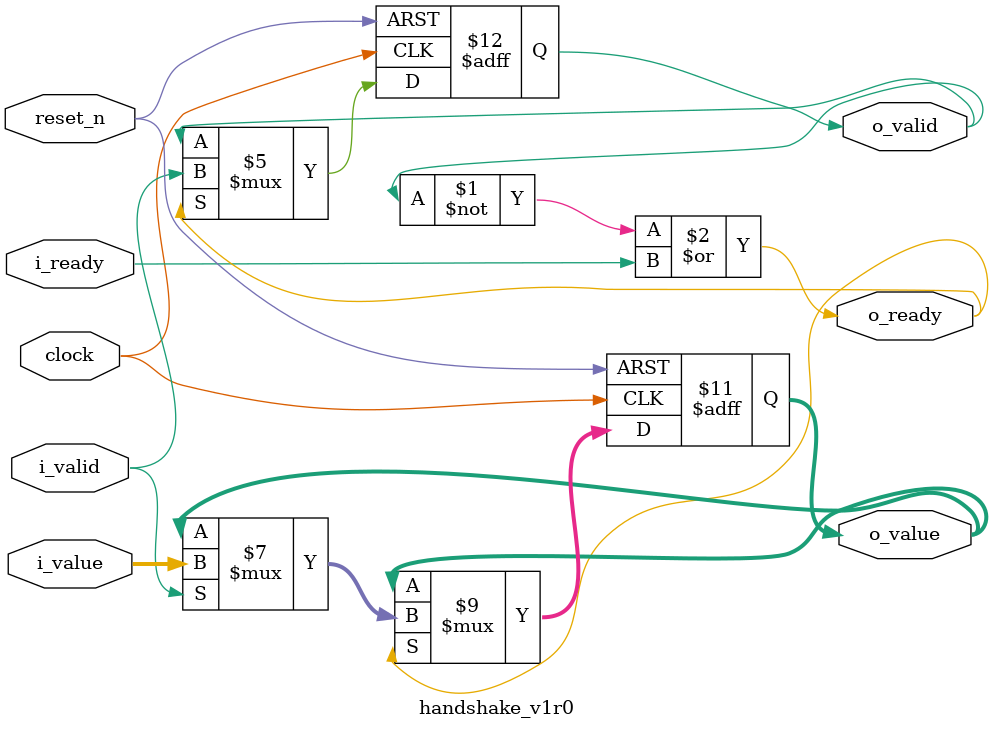
<source format=sv>
/*==============================================================================

The MIT License (MIT)

Copyright (c) 2015 Luuvish Hwang

Permission is hereby granted, free of charge, to any person obtaining a copy of
this software and associated documentation files (the "Software"), to deal in
the Software without restriction, including without limitation the rights to
use, copy, modify, merge, publish, distribute, sublicense, and/or sell copies of
the Software, and to permit persons to whom the Software is furnished to do so,
subject to the following conditions:

The above copyright notice and this permission notice shall be included in all
copies or substantial portions of the Software.

THE SOFTWARE IS PROVIDED "AS IS", WITHOUT WARRANTY OF ANY KIND, EXPRESS OR
IMPLIED, INCLUDING BUT NOT LIMITED TO THE WARRANTIES OF MERCHANTABILITY, FITNESS
FOR A PARTICULAR PURPOSE AND NONINFRINGEMENT. IN NO EVENT SHALL THE AUTHORS OR
COPYRIGHT HOLDERS BE LIABLE FOR ANY CLAIM, DAMAGES OR OTHER LIABILITY, WHETHER
IN AN ACTION OF CONTRACT, TORT OR OTHERWISE, ARISING FROM, OUT OF OR IN
CONNECTION WITH THE SOFTWARE OR THE USE OR OTHER DEALINGS IN THE SOFTWARE.

================================================================================

    File         : handshake_v1r0.sv
    Author(s)    : luuvish (github.com/luuvish/system-verilog-patterns)
    Modifier     : luuvish (luuvish@gmail.com)
    Descriptions : design patterns for handshake v1r0 module

==============================================================================*/

module handshake_v1r0 #(VALUE_BITS = 8) (
  input  wire                    clock,
  input  wire                    reset_n,
  input  wire [VALUE_BITS - 1:0] i_value,
  input  wire                    i_valid,
  output wire                    o_ready,
  output reg  [VALUE_BITS - 1:0] o_value,
  output reg                     o_valid,
  input  wire                    i_ready
);

  assign o_ready = ~o_valid | i_ready;

  always_ff @(posedge clock, negedge reset_n) begin
    if (~reset_n) begin
      o_value <= '0;
      o_valid <= 1'b0;
    end
    else if (o_ready) begin
      if (i_valid) begin
        o_value <= i_value;
      end
      o_valid <= i_valid;
    end
  end

endmodule

</source>
